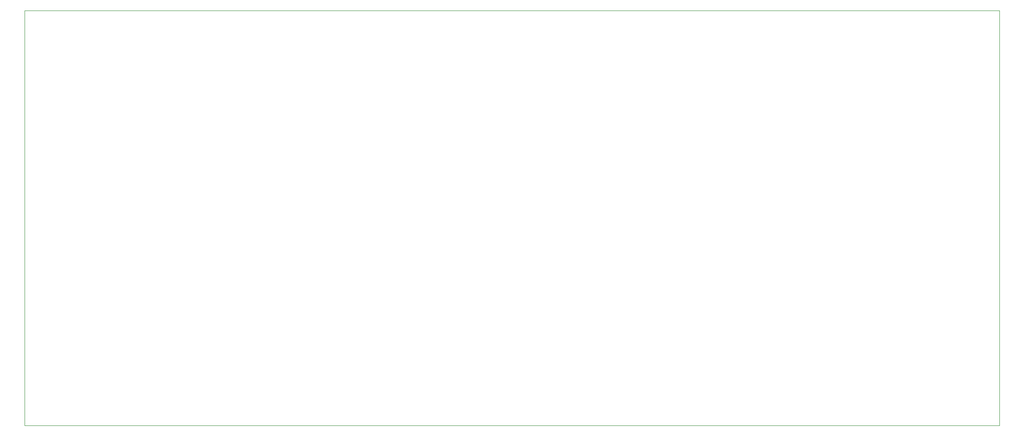
<source format=gbr>
%TF.GenerationSoftware,KiCad,Pcbnew,7.0.7*%
%TF.CreationDate,2023-10-16T15:11:45+02:00*%
%TF.ProjectId,GradientAmplifierFilter_V3,47726164-6965-46e7-9441-6d706c696669,rev?*%
%TF.SameCoordinates,Original*%
%TF.FileFunction,Profile,NP*%
%FSLAX46Y46*%
G04 Gerber Fmt 4.6, Leading zero omitted, Abs format (unit mm)*
G04 Created by KiCad (PCBNEW 7.0.7) date 2023-10-16 15:11:45*
%MOMM*%
%LPD*%
G01*
G04 APERTURE LIST*
%TA.AperFunction,Profile*%
%ADD10C,0.100000*%
%TD*%
G04 APERTURE END LIST*
D10*
X38100000Y-52070000D02*
X226060000Y-52070000D01*
X226060000Y-132080000D01*
X38100000Y-132080000D01*
X38100000Y-52070000D01*
M02*

</source>
